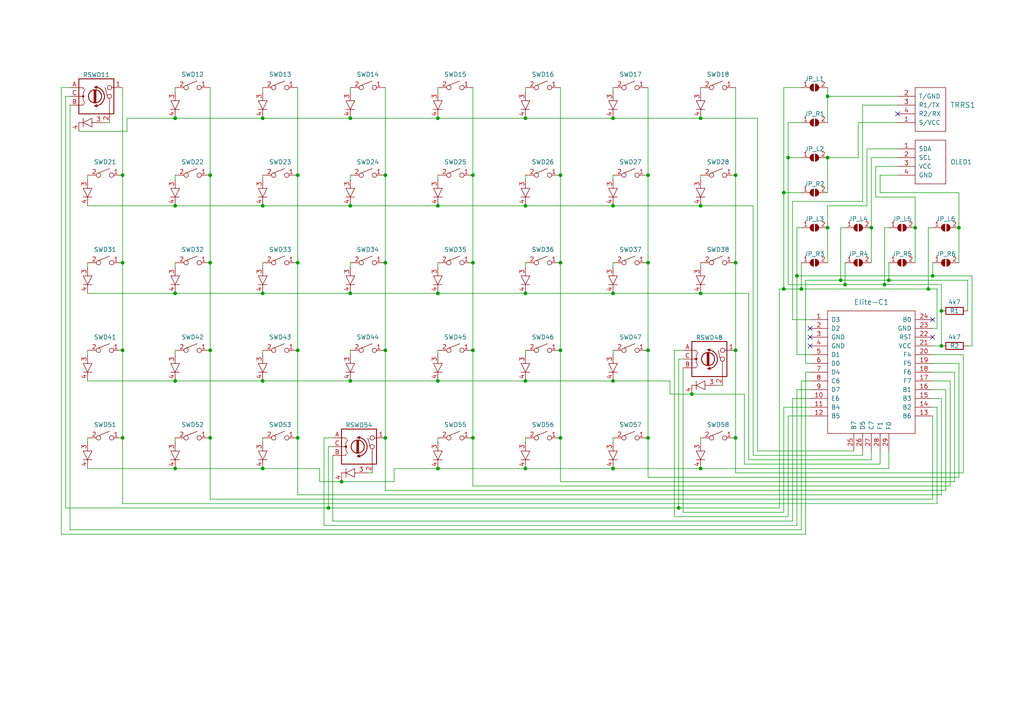
<source format=kicad_sch>
(kicad_sch (version 20211123) (generator eeschema)
  (paper "A4")
  (title_block (title "SplittoDogu") (date "2022-03-05") (rev "1"))
  (lib_symbols
    (symbol "Device:R" (pin_numbers hide) (pin_names (offset 0))
      (property "Reference" "R" (at 2.032 0 90))
      (property "Value" "R" (at 0 0 90))
      (symbol "R_0_1"
        (rectangle (start -1.016 -2.54) (end 1.016 2.54) (stroke (width 0.254)))
      )
      (symbol "R_1_1"
        (pin passive line (at 0 3.81 270) (length 1.27) (name "~") (number "1"))
        (pin passive line (at 0 -3.81 90) (length 1.27) (name "~") (number "2"))
      )
    )
    (symbol "SolderJumper_Open_1" (pin_names (offset 0) hide)
      (property "Reference" "JP" (at 0 2.54 0))
      (symbol "SolderJumper_Open_1_0_1"
        (arc (start -0.254 1.016) (mid -1.27 0) (end -0.254 -1.016))
        (arc (start -0.254 1.016) (mid -1.27 0) (end -0.254 -1.016) (fill (type outline)))
        (polyline (pts (xy -0.254 1.016) (xy -0.254 -1.016)))
        (polyline (pts (xy 0.254 1.016) (xy 0.254 -1.016)))
        (arc (start 0.254 -1.016) (mid 1.27 0) (end 0.254 1.016))
        (arc (start 0.254 -1.016) (mid 1.27 0) (end 0.254 1.016) (fill (type outline)))
      )
      (symbol "SolderJumper_Open_1_1_1"
        (pin passive line (at -3.81 0 0) (length 2.54) (name "~") (number "1"))
        (pin passive line (at 3.81 0 180) (length 2.54) (name "~") (number "2"))
      )
    )
    (symbol "SolderJumper_Open_10" (pin_names (offset 0) hide)
      (property "Reference" "JP" (at 0 2.54 0))
      (symbol "SolderJumper_Open_10_0_1"
        (arc (start -0.254 1.016) (mid -1.27 0) (end -0.254 -1.016))
        (arc (start -0.254 1.016) (mid -1.27 0) (end -0.254 -1.016) (fill (type outline)))
        (polyline (pts (xy -0.254 1.016) (xy -0.254 -1.016)))
        (polyline (pts (xy 0.254 1.016) (xy 0.254 -1.016)))
        (arc (start 0.254 -1.016) (mid 1.27 0) (end 0.254 1.016))
        (arc (start 0.254 -1.016) (mid 1.27 0) (end 0.254 1.016) (fill (type outline)))
      )
      (symbol "SolderJumper_Open_10_1_1"
        (pin passive line (at -3.81 0 0) (length 2.54) (name "~") (number "1"))
        (pin passive line (at 3.81 0 180) (length 2.54) (name "~") (number "2"))
      )
    )
    (symbol "SolderJumper_Open_11" (pin_names (offset 0) hide)
      (property "Reference" "JP" (at 0 2.54 0))
      (symbol "SolderJumper_Open_11_0_1"
        (arc (start -0.254 1.016) (mid -1.27 0) (end -0.254 -1.016))
        (arc (start -0.254 1.016) (mid -1.27 0) (end -0.254 -1.016) (fill (type outline)))
        (polyline (pts (xy -0.254 1.016) (xy -0.254 -1.016)))
        (polyline (pts (xy 0.254 1.016) (xy 0.254 -1.016)))
        (arc (start 0.254 -1.016) (mid 1.27 0) (end 0.254 1.016))
        (arc (start 0.254 -1.016) (mid 1.27 0) (end 0.254 1.016) (fill (type outline)))
      )
      (symbol "SolderJumper_Open_11_1_1"
        (pin passive line (at -3.81 0 0) (length 2.54) (name "~") (number "1"))
        (pin passive line (at 3.81 0 180) (length 2.54) (name "~") (number "2"))
      )
    )
    (symbol "SolderJumper_Open_2" (pin_names (offset 0) hide)
      (property "Reference" "JP" (at 0 2.54 0))
      (symbol "SolderJumper_Open_2_0_1"
        (arc (start -0.254 1.016) (mid -1.27 0) (end -0.254 -1.016))
        (arc (start -0.254 1.016) (mid -1.27 0) (end -0.254 -1.016) (fill (type outline)))
        (polyline (pts (xy -0.254 1.016) (xy -0.254 -1.016)))
        (polyline (pts (xy 0.254 1.016) (xy 0.254 -1.016)))
        (arc (start 0.254 -1.016) (mid 1.27 0) (end 0.254 1.016))
        (arc (start 0.254 -1.016) (mid 1.27 0) (end 0.254 1.016) (fill (type outline)))
      )
      (symbol "SolderJumper_Open_2_1_1"
        (pin passive line (at -3.81 0 0) (length 2.54) (name "~") (number "1"))
        (pin passive line (at 3.81 0 180) (length 2.54) (name "~") (number "2"))
      )
    )
    (symbol "SolderJumper_Open_3" (pin_names (offset 0) hide)
      (property "Reference" "JP" (at 0 2.54 0))
      (symbol "SolderJumper_Open_3_0_1"
        (arc (start -0.254 1.016) (mid -1.27 0) (end -0.254 -1.016))
        (arc (start -0.254 1.016) (mid -1.27 0) (end -0.254 -1.016) (fill (type outline)))
        (polyline (pts (xy -0.254 1.016) (xy -0.254 -1.016)))
        (polyline (pts (xy 0.254 1.016) (xy 0.254 -1.016)))
        (arc (start 0.254 -1.016) (mid 1.27 0) (end 0.254 1.016))
        (arc (start 0.254 -1.016) (mid 1.27 0) (end 0.254 1.016) (fill (type outline)))
      )
      (symbol "SolderJumper_Open_3_1_1"
        (pin passive line (at -3.81 0 0) (length 2.54) (name "~") (number "1"))
        (pin passive line (at 3.81 0 180) (length 2.54) (name "~") (number "2"))
      )
    )
    (symbol "SolderJumper_Open_4" (pin_names (offset 0) hide)
      (property "Reference" "JP" (at 0 2.54 0))
      (symbol "SolderJumper_Open_4_0_1"
        (arc (start -0.254 1.016) (mid -1.27 0) (end -0.254 -1.016))
        (arc (start -0.254 1.016) (mid -1.27 0) (end -0.254 -1.016) (fill (type outline)))
        (polyline (pts (xy -0.254 1.016) (xy -0.254 -1.016)))
        (polyline (pts (xy 0.254 1.016) (xy 0.254 -1.016)))
        (arc (start 0.254 -1.016) (mid 1.27 0) (end 0.254 1.016))
        (arc (start 0.254 -1.016) (mid 1.27 0) (end 0.254 1.016) (fill (type outline)))
      )
      (symbol "SolderJumper_Open_4_1_1"
        (pin passive line (at -3.81 0 0) (length 2.54) (name "~") (number "1"))
        (pin passive line (at 3.81 0 180) (length 2.54) (name "~") (number "2"))
      )
    )
    (symbol "SolderJumper_Open_5" (pin_names (offset 0) hide)
      (property "Reference" "JP" (at 0 2.54 0))
      (symbol "SolderJumper_Open_5_0_1"
        (arc (start -0.254 1.016) (mid -1.27 0) (end -0.254 -1.016))
        (arc (start -0.254 1.016) (mid -1.27 0) (end -0.254 -1.016) (fill (type outline)))
        (polyline (pts (xy -0.254 1.016) (xy -0.254 -1.016)))
        (polyline (pts (xy 0.254 1.016) (xy 0.254 -1.016)))
        (arc (start 0.254 -1.016) (mid 1.27 0) (end 0.254 1.016))
        (arc (start 0.254 -1.016) (mid 1.27 0) (end 0.254 1.016) (fill (type outline)))
      )
      (symbol "SolderJumper_Open_5_1_1"
        (pin passive line (at -3.81 0 0) (length 2.54) (name "~") (number "1"))
        (pin passive line (at 3.81 0 180) (length 2.54) (name "~") (number "2"))
      )
    )
    (symbol "SolderJumper_Open_6" (pin_names (offset 0) hide)
      (property "Reference" "JP" (at 0 2.54 0))
      (symbol "SolderJumper_Open_6_0_1"
        (arc (start -0.254 1.016) (mid -1.27 0) (end -0.254 -1.016))
        (arc (start -0.254 1.016) (mid -1.27 0) (end -0.254 -1.016) (fill (type outline)))
        (polyline (pts (xy -0.254 1.016) (xy -0.254 -1.016)))
        (polyline (pts (xy 0.254 1.016) (xy 0.254 -1.016)))
        (arc (start 0.254 -1.016) (mid 1.27 0) (end 0.254 1.016))
        (arc (start 0.254 -1.016) (mid 1.27 0) (end 0.254 1.016) (fill (type outline)))
      )
      (symbol "SolderJumper_Open_6_1_1"
        (pin passive line (at -3.81 0 0) (length 2.54) (name "~") (number "1"))
        (pin passive line (at 3.81 0 180) (length 2.54) (name "~") (number "2"))
      )
    )
    (symbol "SolderJumper_Open_7" (pin_names (offset 0) hide)
      (property "Reference" "JP" (at 0 2.54 0))
      (symbol "SolderJumper_Open_7_0_1"
        (arc (start -0.254 1.016) (mid -1.27 0) (end -0.254 -1.016))
        (arc (start -0.254 1.016) (mid -1.27 0) (end -0.254 -1.016) (fill (type outline)))
        (polyline (pts (xy -0.254 1.016) (xy -0.254 -1.016)))
        (polyline (pts (xy 0.254 1.016) (xy 0.254 -1.016)))
        (arc (start 0.254 -1.016) (mid 1.27 0) (end 0.254 1.016))
        (arc (start 0.254 -1.016) (mid 1.27 0) (end 0.254 1.016) (fill (type outline)))
      )
      (symbol "SolderJumper_Open_7_1_1"
        (pin passive line (at -3.81 0 0) (length 2.54) (name "~") (number "1"))
        (pin passive line (at 3.81 0 180) (length 2.54) (name "~") (number "2"))
      )
    )
    (symbol "SolderJumper_Open_8" (pin_names (offset 0) hide)
      (property "Reference" "JP" (at 0 2.54 0))
      (symbol "SolderJumper_Open_8_0_1"
        (arc (start -0.254 1.016) (mid -1.27 0) (end -0.254 -1.016))
        (arc (start -0.254 1.016) (mid -1.27 0) (end -0.254 -1.016) (fill (type outline)))
        (polyline (pts (xy -0.254 1.016) (xy -0.254 -1.016)))
        (polyline (pts (xy 0.254 1.016) (xy 0.254 -1.016)))
        (arc (start 0.254 -1.016) (mid 1.27 0) (end 0.254 1.016))
        (arc (start 0.254 -1.016) (mid 1.27 0) (end 0.254 1.016) (fill (type outline)))
      )
      (symbol "SolderJumper_Open_8_1_1"
        (pin passive line (at -3.81 0 0) (length 2.54) (name "~") (number "1"))
        (pin passive line (at 3.81 0 180) (length 2.54) (name "~") (number "2"))
      )
    )
    (symbol "SolderJumper_Open_9" (pin_names (offset 0) hide)
      (property "Reference" "JP" (at 0 2.54 0))
      (symbol "SolderJumper_Open_9_0_1"
        (arc (start -0.254 1.016) (mid -1.27 0) (end -0.254 -1.016))
        (arc (start -0.254 1.016) (mid -1.27 0) (end -0.254 -1.016) (fill (type outline)))
        (polyline (pts (xy -0.254 1.016) (xy -0.254 -1.016)))
        (polyline (pts (xy 0.254 1.016) (xy 0.254 -1.016)))
        (arc (start 0.254 -1.016) (mid 1.27 0) (end 0.254 1.016))
        (arc (start 0.254 -1.016) (mid 1.27 0) (end 0.254 1.016) (fill (type outline)))
      )
      (symbol "SolderJumper_Open_9_1_1"
        (pin passive line (at -3.81 0 0) (length 2.54) (name "~") (number "1"))
        (pin passive line (at 3.81 0 180) (length 2.54) (name "~") (number "2"))
      )
    )
    (symbol "timo:Elite-C" (pin_names (offset 1.016))
      (property "Reference" "U" (at 0 0 0))
      (symbol "Elite-C_0_1"
        (rectangle (start -12.7 16.51) (end 12.7 -19.05))
      )
      (symbol "Elite-C_1_1"
        (pin bidirectional line (at -17.78 13.97 0) (length 5.08) (name "D3") (number "1"))
        (pin input line (at -17.78 -8.89 0) (length 5.08) (name "E6") (number "10"))
        (pin input line (at -17.78 -11.43 0) (length 5.08) (name "B4") (number "11"))
        (pin input line (at -17.78 -13.97 0) (length 5.08) (name "B5") (number "12"))
        (pin input line (at 17.78 -13.97 180) (length 5.08) (name "B6") (number "13"))
        (pin input line (at 17.78 -11.43 180) (length 5.08) (name "B2") (number "14"))
        (pin input line (at 17.78 -8.89 180) (length 5.08) (name "B3") (number "15"))
        (pin input line (at 17.78 -6.35 180) (length 5.08) (name "B1") (number "16"))
        (pin input line (at 17.78 -3.81 180) (length 5.08) (name "F7") (number "17"))
        (pin input line (at 17.78 -1.27 180) (length 5.08) (name "F6") (number "18"))
        (pin input line (at 17.78 1.27 180) (length 5.08) (name "F5") (number "19"))
        (pin bidirectional line (at -17.78 11.43 0) (length 5.08) (name "D2") (number "2"))
        (pin input line (at 17.78 3.81 180) (length 5.08) (name "F4") (number "20"))
        (pin power_out line (at 17.78 6.35 180) (length 5.08) (name "VCC") (number "21"))
        (pin input line (at 17.78 8.89 180) (length 5.08) (name "RST") (number "22"))
        (pin power_out line (at 17.78 11.43 180) (length 5.08) (name "GND") (number "23"))
        (pin input line (at 17.78 13.97 180) (length 5.08) (name "B0") (number "24"))
        (pin input line (at -5.08 -24.13 90) (length 5.08) (name "B7") (number "25"))
        (pin input line (at -2.54 -24.13 90) (length 5.08) (name "D5") (number "26"))
        (pin input line (at 0 -24.13 90) (length 5.08) (name "C7") (number "27"))
        (pin input line (at 2.54 -24.13 90) (length 5.08) (name "F1") (number "28"))
        (pin input line (at 5.08 -24.13 90) (length 5.08) (name "F0") (number "29"))
        (pin power_out line (at -17.78 8.89 0) (length 5.08) (name "GND") (number "3"))
        (pin power_out line (at -17.78 6.35 0) (length 5.08) (name "GND") (number "4"))
        (pin bidirectional line (at -17.78 3.81 0) (length 5.08) (name "D1") (number "5"))
        (pin bidirectional line (at -17.78 1.27 0) (length 5.08) (name "D0") (number "6"))
        (pin input line (at -17.78 -1.27 0) (length 5.08) (name "D4") (number "7"))
        (pin input line (at -17.78 -3.81 0) (length 5.08) (name "C6") (number "8"))
        (pin input line (at -17.78 -6.35 0) (length 5.08) (name "D7") (number "9"))
      )
    )
    (symbol "timo:MX_Diode" (pin_names (offset 1.016))
      (property "Reference" "SWD" (at 0.635 6.985 0))
      (symbol "MX_Diode_0_1"
        (polyline (pts (xy -3.81 -3.81) (xy -6.35 -3.81)))
        (polyline (pts (xy -1.905 3.175) (xy 1.27 4.445)))
        (polyline (pts (xy -3.81 -1.27) (xy -6.35 -1.27) (xy -5.08 -3.81) (xy -3.81 -1.27)))
      )
      (symbol "MX_Diode_1_1"
        (pin passive inverted (at 5.08 2.54 180) (length 3.81) (name "~") (number "1"))
        (pin passive inverted (at -5.08 2.54 0) (length 3.81) (name "~") (number "2"))
        (pin passive line (at -5.08 1.27 270) (length 2.54) (name "~") (number "3"))
        (pin passive line (at -5.08 -6.35 90) (length 2.54) (name "~") (number "4"))
      )
    )
    (symbol "timo:OLED" (pin_names (offset 1.016))
      (property "Reference" "OLED" (at -9.525 8.89 0))
      (symbol "OLED_0_1"
        (rectangle (start -13.97 7.62) (end -5.08 -5.08))
      )
      (symbol "OLED_1_1"
        (pin bidirectional line (at -19.05 5.08 0) (length 5.08) (name "SDA") (number "1"))
        (pin bidirectional line (at -19.05 2.54 0) (length 5.08) (name "SCL") (number "2"))
        (pin power_in line (at -19.05 0 0) (length 5.08) (name "VCC") (number "3"))
        (pin power_in line (at -19.05 -2.54 0) (length 5.08) (name "GND") (number "4"))
      )
    )
    (symbol "timo:RotaryEncoder_Switch_Diode" (pin_names (offset 0.254) hide)
      (property "Reference" "RSWD" (at 0 6.604 0))
      (symbol "RotaryEncoder_Switch_Diode_0_1"
        (rectangle (start -5.08 5.08) (end 5.08 -5.08) (stroke (width 0.254)))
        (circle (center -3.81 0) (radius 0.254) (fill (type outline)))
        (arc (start -0.381 -2.794) (mid 2.3622 -0.0635) (end -0.381 2.667) (stroke (width 0.254)))
        (circle (center -0.381 0) (radius 1.905) (stroke (width 0.254)))
        (polyline (pts (xy -5.08 -7.62) (xy -3.81 -7.62)))
        (polyline (pts (xy -3.81 -8.89) (xy -3.81 -6.35)))
        (polyline (pts (xy -0.635 -1.778) (xy -0.635 1.778)) (stroke (width 0.254)))
        (polyline (pts (xy -0.381 -1.778) (xy -0.381 1.778)) (stroke (width 0.254)))
        (polyline (pts (xy -0.127 1.778) (xy -0.127 -1.778)) (stroke (width 0.254)))
        (polyline (pts (xy 3.175 0) (xy 2.54 2.54)))
        (polyline (pts (xy 3.81 -5.08) (xy 3.81 -0.635)))
        (polyline (pts (xy 5.08 2.54) (xy 4.445 2.54)))
        (polyline (pts (xy -5.08 -2.54) (xy -3.81 -2.54) (xy -3.81 -2.032)))
        (polyline (pts (xy -5.08 2.54) (xy -3.81 2.54) (xy -3.81 2.032)))
        (polyline (pts (xy 0.254 -3.048) (xy -0.508 -2.794) (xy 0.127 -2.413)) (stroke (width 0.254)))
        (polyline (pts (xy 0.254 2.921) (xy -0.508 2.667) (xy 0.127 2.286)) (stroke (width 0.254)))
        (polyline (pts (xy -5.08 0) (xy -3.81 0) (xy -3.81 -1.016) (xy -3.302 -2.032)))
        (polyline (pts (xy -4.318 0) (xy -3.81 0) (xy -3.81 1.016) (xy -3.302 2.032)))
        (polyline (pts (xy -1.27 -8.89) (xy -1.27 -6.35) (xy -3.81 -7.62) (xy -1.27 -8.89)))
        (circle (center 3.81 0) (radius 0.635))
        (circle (center 3.81 2.54) (radius 0.635))
      )
      (symbol "RotaryEncoder_Switch_Diode_1_1"
        (pin passive line (at 7.62 2.54 180) (length 2.54) (name "~") (number "1"))
        (pin passive line (at 3.81 -7.62 90) (length 2.54) (name "~") (number "2"))
        (pin passive line (at 2.54 -7.62 180) (length 3.81) (name "~") (number "3"))
        (pin passive line (at -5.08 -10.16 90) (length 2.54) (name "~") (number "4"))
        (pin passive line (at -7.62 2.54 0) (length 2.54) (name "A") (number "A"))
        (pin passive line (at -7.62 -2.54 0) (length 2.54) (name "B") (number "B"))
        (pin passive line (at -7.62 0 0) (length 2.54) (name "C") (number "C"))
      )
    )
    (symbol "timo:SolderJumper_Open" (pin_names (offset 0) hide)
      (property "Reference" "JP" (at 0 2.54 0))
      (symbol "SolderJumper_Open_0_1"
        (arc (start -0.254 1.016) (mid -1.27 0) (end -0.254 -1.016))
        (arc (start -0.254 1.016) (mid -1.27 0) (end -0.254 -1.016) (fill (type outline)))
        (polyline (pts (xy -0.254 1.016) (xy -0.254 -1.016)))
        (polyline (pts (xy 0.254 1.016) (xy 0.254 -1.016)))
        (arc (start 0.254 -1.016) (mid 1.27 0) (end 0.254 1.016))
        (arc (start 0.254 -1.016) (mid 1.27 0) (end 0.254 1.016) (fill (type outline)))
      )
      (symbol "SolderJumper_Open_1_1"
        (pin passive line (at -3.81 0 0) (length 2.54) (name "~") (number "1"))
        (pin passive line (at 3.81 0 180) (length 2.54) (name "~") (number "2"))
      )
    )
    (symbol "timo:TRRS" (pin_names (offset 1.016))
      (property "Reference" "TRRS" (at 0 15.24 0))
      (symbol "TRRS_0_1"
        (rectangle (start -3.81 0) (end -3.81 12.7))
        (rectangle (start -3.81 12.7) (end 5.08 12.7))
        (rectangle (start 5.08 0) (end -3.81 0))
        (rectangle (start 5.08 12.7) (end 5.08 0))
      )
      (symbol "TRRS_1_1"
        (pin power_in line (at -8.89 2.54 0) (length 5.08) (name "S/VCC") (number "1"))
        (pin power_in line (at -8.89 10.16 0) (length 5.08) (name "T/GND") (number "2"))
        (pin input line (at -8.89 7.62 0) (length 5.08) (name "R1/TX") (number "3"))
        (pin input line (at -8.89 5.08 0) (length 5.08) (name "R2/RX") (number "4"))
      )
    )
  )
  (junction (at 278.13 66.04))
  (junction (at 76.2 34.29))
  (junction (at 177.8 135.89))
  (junction (at 127 110.49))
  (junction (at 86.36 127))
  (junction (at 187.96 101.6))
  (junction (at 127 34.29))
  (junction (at 232.41 83.82))
  (junction (at 196.85 147.32))
  (junction (at 240.03 27.94))
  (junction (at 187.96 127))
  (junction (at 50.8 59.69))
  (junction (at 152.4 135.89))
  (junction (at 76.2 135.89))
  (junction (at 177.8 85.09))
  (junction (at 60.96 101.6))
  (junction (at 50.8 85.09))
  (junction (at 203.2 59.69))
  (junction (at 256.54 82.55))
  (junction (at 213.36 50.8))
  (junction (at 187.96 50.8))
  (junction (at 177.8 110.49))
  (junction (at 137.16 127))
  (junction (at 213.36 127))
  (junction (at 152.4 110.49))
  (junction (at 152.4 59.69))
  (junction (at 60.96 76.2))
  (junction (at 86.36 101.6))
  (junction (at 177.8 34.29))
  (junction (at 203.2 135.89))
  (junction (at 227.33 55.88))
  (junction (at 228.6 45.72))
  (junction (at 101.6 110.49))
  (junction (at 240.03 66.04))
  (junction (at 270.51 80.01))
  (junction (at 111.76 50.8))
  (junction (at 101.6 34.29))
  (junction (at 137.16 76.2))
  (junction (at 86.36 76.2))
  (junction (at 76.2 59.69))
  (junction (at 127 59.69))
  (junction (at 35.56 101.6))
  (junction (at 200.66 114.3))
  (junction (at 35.56 76.2))
  (junction (at 213.36 76.2))
  (junction (at 227.33 83.82))
  (junction (at 257.81 81.28))
  (junction (at 273.05 100.33))
  (junction (at 245.11 82.55))
  (junction (at 203.2 34.29))
  (junction (at 252.73 66.04))
  (junction (at 35.56 50.8))
  (junction (at 137.16 101.6))
  (junction (at 269.24 83.82))
  (junction (at 213.36 101.6))
  (junction (at 162.56 101.6))
  (junction (at 127 85.09))
  (junction (at 50.8 110.49))
  (junction (at 243.84 81.28))
  (junction (at 162.56 127))
  (junction (at 76.2 85.09))
  (junction (at 111.76 127))
  (junction (at 86.36 50.8))
  (junction (at 162.56 76.2))
  (junction (at 35.56 127))
  (junction (at 111.76 76.2))
  (junction (at 152.4 34.29))
  (junction (at 50.8 34.29))
  (junction (at 265.43 66.04))
  (junction (at 152.4 85.09))
  (junction (at 240.03 45.72))
  (junction (at 60.96 50.8))
  (junction (at 162.56 50.8))
  (junction (at 50.8 135.89))
  (junction (at 187.96 76.2))
  (junction (at 137.16 50.8))
  (junction (at 60.96 127))
  (junction (at 95.25 147.32))
  (junction (at 273.05 90.17))
  (junction (at 101.6 85.09))
  (junction (at 231.14 80.01))
  (junction (at 111.76 101.6))
  (junction (at 101.6 59.69))
  (junction (at 76.2 110.49))
  (junction (at 99.06 139.7))
  (junction (at 203.2 85.09))
  (junction (at 127 135.89))
  (junction (at 177.8 59.69))
  (no_connect (at 270.51 92.71))
  (no_connect (at 234.95 95.25))
  (no_connect (at 234.95 100.33))
  (no_connect (at -88.9 69.85))
  (no_connect (at 234.95 97.79))
  (no_connect (at 260.35 33.02))
  (no_connect (at 270.51 97.79))
  (wire (pts (xy 250.19 30.48) (xy 260.35 30.48)))
  (wire (pts (xy 231.14 66.04) (xy 231.14 80.01)))
  (wire (pts (xy 187.96 25.4) (xy 187.96 50.8)))
  (wire (pts (xy 86.36 101.6) (xy 86.36 127)))
  (wire (pts (xy 137.16 101.6) (xy 137.16 127)))
  (wire (pts (xy 162.56 50.8) (xy 162.56 76.2)))
  (wire (pts (xy 250.19 132.08) (xy 250.19 130.81)))
  (wire (pts (xy 233.68 105.41) (xy 233.68 81.28)))
  (wire (pts (xy 248.92 35.56) (xy 248.92 45.72)))
  (wire (pts (xy 93.98 127) (xy 93.98 152.4)))
  (wire (pts (xy 227.33 55.88) (xy 227.33 25.4)))
  (wire (pts (xy 101.6 76.2) (xy 101.6 77.47)))
  (wire (pts (xy 101.6 25.4) (xy 101.6 26.67)))
  (wire (pts (xy 60.96 50.8) (xy 60.96 76.2)))
  (wire (pts (xy 251.46 43.18) (xy 260.35 43.18)))
  (wire (pts (xy 203.2 50.8) (xy 203.2 52.07)))
  (wire (pts (xy 229.87 115.57) (xy 229.87 151.13)))
  (wire (pts (xy 218.44 132.08) (xy 250.19 132.08)))
  (wire (pts (xy 20.32 27.94) (xy 19.05 27.94)))
  (wire (pts (xy 152.4 101.6) (xy 152.4 102.87)))
  (wire (pts (xy 219.71 34.29) (xy 219.71 130.81)))
  (wire (pts (xy 226.06 83.82) (xy 227.33 83.82)))
  (wire (pts (xy 232.41 110.49) (xy 234.95 110.49)))
  (wire (pts (xy 270.51 118.11) (xy 271.78 118.11)))
  (wire (pts (xy 276.86 107.95) (xy 276.86 139.7)))
  (wire (pts (xy 240.03 27.94) (xy 260.35 27.94)))
  (wire (pts (xy 270.51 107.95) (xy 276.86 107.95)))
  (wire (pts (xy 255.27 50.8) (xy 260.35 50.8)))
  (wire (pts (xy 35.56 76.2) (xy 35.56 101.6)))
  (wire (pts (xy 86.36 50.8) (xy 86.36 76.2)))
  (wire (pts (xy 137.16 76.2) (xy 137.16 101.6)))
  (wire (pts (xy 229.87 58.42) (xy 250.19 58.42)))
  (wire (pts (xy 25.4 110.49) (xy 50.8 110.49)))
  (wire (pts (xy 200.66 114.3) (xy 215.9 114.3)))
  (wire (pts (xy 162.56 127) (xy 162.56 139.7)))
  (wire (pts (xy 35.56 101.6) (xy 35.56 127)))
  (wire (pts (xy 127 59.69) (xy 152.4 59.69)))
  (wire (pts (xy 255.27 55.88) (xy 255.27 50.8)))
  (wire (pts (xy 231.14 152.4) (xy 231.14 113.03)))
  (wire (pts (xy 17.78 154.94) (xy 233.68 154.94)))
  (wire (pts (xy 76.2 135.89) (xy 92.71 135.89)))
  (wire (pts (xy 203.2 76.2) (xy 203.2 77.47)))
  (wire (pts (xy 60.96 25.4) (xy 60.96 50.8)))
  (wire (pts (xy 152.4 34.29) (xy 127 34.29)))
  (wire (pts (xy 240.03 25.4) (xy 240.03 27.94)))
  (wire (pts (xy 280.67 81.28) (xy 280.67 90.17)))
  (wire (pts (xy 203.2 135.89) (xy 177.8 135.89)))
  (wire (pts (xy 162.56 139.7) (xy 276.86 139.7)))
  (wire (pts (xy 234.95 92.71) (xy 229.87 92.71)))
  (wire (pts (xy 30.48 35.56) (xy 31.75 35.56)))
  (wire (pts (xy 279.4 137.16) (xy 279.4 102.87)))
  (wire (pts (xy 270.51 100.33) (xy 273.05 100.33)))
  (wire (pts (xy 245.11 66.04) (xy 243.84 66.04)))
  (wire (pts (xy 152.4 50.8) (xy 152.4 52.07)))
  (wire (pts (xy 195.58 101.6) (xy 195.58 149.86)))
  (wire (pts (xy 127 34.29) (xy 101.6 34.29)))
  (wire (pts (xy 60.96 76.2) (xy 60.96 101.6)))
  (wire (pts (xy 25.4 127) (xy 25.4 128.27)))
  (wire (pts (xy 243.84 81.28) (xy 257.81 81.28)))
  (wire (pts (xy 152.4 76.2) (xy 152.4 77.47)))
  (wire (pts (xy 227.33 83.82) (xy 232.41 83.82)))
  (wire (pts (xy 226.06 83.82) (xy 226.06 147.32)))
  (wire (pts (xy 232.41 153.67) (xy 20.32 153.67)))
  (wire (pts (xy 213.36 76.2) (xy 213.36 101.6)))
  (wire (pts (xy 227.33 118.11) (xy 234.95 118.11)))
  (wire (pts (xy 256.54 82.55) (xy 273.05 82.55)))
  (wire (pts (xy 252.73 45.72) (xy 260.35 45.72)))
  (wire (pts (xy 257.81 81.28) (xy 280.67 81.28)))
  (wire (pts (xy 187.96 50.8) (xy 187.96 76.2)))
  (wire (pts (xy 198.12 106.68) (xy 198.12 148.59)))
  (wire (pts (xy 260.35 35.56) (xy 248.92 35.56)))
  (wire (pts (xy 76.2 25.4) (xy 76.2 26.67)))
  (wire (pts (xy 152.4 59.69) (xy 177.8 59.69)))
  (wire (pts (xy 231.14 102.87) (xy 234.95 102.87)))
  (wire (pts (xy 252.73 66.04) (xy 252.73 45.72)))
  (wire (pts (xy 252.73 133.35) (xy 252.73 130.81)))
  (wire (pts (xy 177.8 85.09) (xy 203.2 85.09)))
  (wire (pts (xy 257.81 76.2) (xy 257.81 81.28)))
  (wire (pts (xy 76.2 127) (xy 76.2 128.27)))
  (wire (pts (xy 187.96 138.43) (xy 278.13 138.43)))
  (wire (pts (xy 86.36 25.4) (xy 86.36 50.8)))
  (wire (pts (xy 240.03 45.72) (xy 248.92 45.72)))
  (wire (pts (xy 254 48.26) (xy 260.35 48.26)))
  (wire (pts (xy 127 110.49) (xy 152.4 110.49)))
  (wire (pts (xy 19.05 147.32) (xy 95.25 147.32)))
  (wire (pts (xy 215.9 114.3) (xy 215.9 134.62)))
  (wire (pts (xy 195.58 149.86) (xy 228.6 149.86)))
  (wire (pts (xy 256.54 66.04) (xy 256.54 82.55)))
  (wire (pts (xy 231.14 113.03) (xy 234.95 113.03)))
  (wire (pts (xy 162.56 25.4) (xy 162.56 50.8)))
  (wire (pts (xy 227.33 118.11) (xy 227.33 148.59)))
  (wire (pts (xy 127 85.09) (xy 152.4 85.09)))
  (wire (pts (xy 270.51 120.65) (xy 270.51 144.78)))
  (wire (pts (xy 270.51 80.01) (xy 281.94 80.01)))
  (wire (pts (xy 245.11 82.55) (xy 228.6 82.55)))
  (wire (pts (xy 25.4 59.69) (xy 50.8 59.69)))
  (wire (pts (xy 269.24 83.82) (xy 271.78 83.82)))
  (wire (pts (xy 278.13 66.04) (xy 278.13 55.88)))
  (wire (pts (xy 101.6 59.69) (xy 127 59.69)))
  (wire (pts (xy 275.59 110.49) (xy 275.59 140.97)))
  (wire (pts (xy 25.4 85.09) (xy 50.8 85.09)))
  (wire (pts (xy 219.71 130.81) (xy 247.65 130.81)))
  (wire (pts (xy 257.81 66.04) (xy 256.54 66.04)))
  (wire (pts (xy 240.03 45.72) (xy 240.03 55.88)))
  (wire (pts (xy 137.16 25.4) (xy 137.16 50.8)))
  (wire (pts (xy 274.32 113.03) (xy 274.32 142.24)))
  (wire (pts (xy 187.96 101.6) (xy 187.96 127)))
  (wire (pts (xy 50.8 59.69) (xy 76.2 59.69)))
  (wire (pts (xy 245.11 82.55) (xy 256.54 82.55)))
  (wire (pts (xy 101.6 50.8) (xy 101.6 52.07)))
  (wire (pts (xy 20.32 25.4) (xy 17.78 25.4)))
  (wire (pts (xy 76.2 34.29) (xy 50.8 34.29)))
  (wire (pts (xy 35.56 127) (xy 35.56 146.05)))
  (wire (pts (xy 177.8 127) (xy 177.8 128.27)))
  (wire (pts (xy 228.6 82.55) (xy 228.6 45.72)))
  (wire (pts (xy 252.73 76.2) (xy 252.73 66.04)))
  (wire (pts (xy 270.51 115.57) (xy 273.05 115.57)))
  (wire (pts (xy 101.6 34.29) (xy 76.2 34.29)))
  (wire (pts (xy 95.25 129.54) (xy 95.25 147.32)))
  (wire (pts (xy 213.36 127) (xy 213.36 137.16)))
  (wire (pts (xy 50.8 127) (xy 50.8 128.27)))
  (wire (pts (xy 96.52 127) (xy 93.98 127)))
  (wire (pts (xy 269.24 66.04) (xy 269.24 83.82)))
  (wire (pts (xy 213.36 50.8) (xy 213.36 76.2)))
  (wire (pts (xy 177.8 135.89) (xy 152.4 135.89)))
  (wire (pts (xy 50.8 85.09) (xy 76.2 85.09)))
  (wire (pts (xy 177.8 50.8) (xy 177.8 52.07)))
  (wire (pts (xy 271.78 118.11) (xy 271.78 146.05)))
  (wire (pts (xy 152.4 110.49) (xy 177.8 110.49)))
  (wire (pts (xy 250.19 58.42) (xy 250.19 30.48)))
  (wire (pts (xy 213.36 137.16) (xy 279.4 137.16)))
  (wire (pts (xy 217.17 85.09) (xy 217.17 133.35)))
  (wire (pts (xy 228.6 35.56) (xy 232.41 35.56)))
  (wire (pts (xy 111.76 50.8) (xy 111.76 76.2)))
  (wire (pts (xy 255.27 134.62) (xy 255.27 130.81)))
  (wire (pts (xy 198.12 101.6) (xy 195.58 101.6)))
  (wire (pts (xy 281.94 80.01) (xy 281.94 100.33)))
  (wire (pts (xy 265.43 76.2) (xy 265.43 66.04)))
  (wire (pts (xy 114.3 135.89) (xy 114.3 139.7)))
  (wire (pts (xy 228.6 149.86) (xy 228.6 120.65)))
  (wire (pts (xy 162.56 76.2) (xy 162.56 101.6)))
  (wire (pts (xy 228.6 45.72) (xy 228.6 35.56)))
  (wire (pts (xy 240.03 76.2) (xy 240.03 66.04)))
  (wire (pts (xy 234.95 107.95) (xy 233.68 107.95)))
  (wire (pts (xy 257.81 135.89) (xy 203.2 135.89)))
  (wire (pts (xy 25.4 101.6) (xy 25.4 102.87)))
  (wire (pts (xy 101.6 101.6) (xy 101.6 102.87)))
  (wire (pts (xy 76.2 110.49) (xy 101.6 110.49)))
  (wire (pts (xy 196.85 104.14) (xy 198.12 104.14)))
  (wire (pts (xy 232.41 76.2) (xy 232.41 83.82)))
  (wire (pts (xy 76.2 101.6) (xy 76.2 102.87)))
  (wire (pts (xy 265.43 57.15) (xy 254 57.15)))
  (wire (pts (xy 35.56 146.05) (xy 271.78 146.05)))
  (wire (pts (xy 194.31 110.49) (xy 194.31 114.3)))
  (wire (pts (xy 231.14 80.01) (xy 231.14 102.87)))
  (wire (pts (xy 25.4 135.89) (xy 50.8 135.89)))
  (wire (pts (xy 76.2 85.09) (xy 101.6 85.09)))
  (wire (pts (xy 270.51 113.03) (xy 274.32 113.03)))
  (wire (pts (xy 271.78 83.82) (xy 271.78 95.25)))
  (wire (pts (xy 50.8 110.49) (xy 76.2 110.49)))
  (wire (pts (xy 76.2 76.2) (xy 76.2 77.47)))
  (wire (pts (xy 270.51 110.49) (xy 275.59 110.49)))
  (wire (pts (xy 232.41 83.82) (xy 269.24 83.82)))
  (wire (pts (xy 36.83 38.1) (xy 22.86 38.1)))
  (wire (pts (xy 111.76 25.4) (xy 111.76 50.8)))
  (wire (pts (xy 50.8 50.8) (xy 50.8 52.07)))
  (wire (pts (xy 76.2 50.8) (xy 76.2 52.07)))
  (wire (pts (xy 232.41 66.04) (xy 231.14 66.04)))
  (wire (pts (xy 92.71 139.7) (xy 99.06 139.7)))
  (wire (pts (xy 203.2 59.69) (xy 218.44 59.69)))
  (wire (pts (xy 243.84 81.28) (xy 243.84 66.04)))
  (wire (pts (xy 203.2 127) (xy 203.2 128.27)))
  (wire (pts (xy 50.8 135.89) (xy 76.2 135.89)))
  (wire (pts (xy 60.96 144.78) (xy 270.51 144.78)))
  (wire (pts (xy 111.76 101.6) (xy 111.76 127)))
  (wire (pts (xy 187.96 127) (xy 187.96 138.43)))
  (wire (pts (xy 127 76.2) (xy 127 77.47)))
  (wire (pts (xy 229.87 115.57) (xy 234.95 115.57)))
  (wire (pts (xy 127 101.6) (xy 127 102.87)))
  (wire (pts (xy 270.51 105.41) (xy 278.13 105.41)))
  (wire (pts (xy 36.83 34.29) (xy 36.83 38.1)))
  (wire (pts (xy 233.68 105.41) (xy 234.95 105.41)))
  (wire (pts (xy 271.78 95.25) (xy 270.51 95.25)))
  (wire (pts (xy 273.05 82.55) (xy 273.05 90.17)))
  (wire (pts (xy 227.33 25.4) (xy 232.41 25.4)))
  (wire (pts (xy 218.44 59.69) (xy 218.44 132.08)))
  (wire (pts (xy 229.87 151.13) (xy 96.52 151.13)))
  (wire (pts (xy 101.6 85.09) (xy 127 85.09)))
  (wire (pts (xy 213.36 101.6) (xy 213.36 127)))
  (wire (pts (xy 177.8 101.6) (xy 177.8 102.87)))
  (wire (pts (xy 279.4 102.87) (xy 270.51 102.87)))
  (wire (pts (xy 177.8 76.2) (xy 177.8 77.47)))
  (wire (pts (xy 273.05 115.57) (xy 273.05 143.51)))
  (wire (pts (xy 25.4 76.2) (xy 25.4 77.47)))
  (wire (pts (xy 270.51 80.01) (xy 231.14 80.01)))
  (wire (pts (xy 228.6 45.72) (xy 232.41 45.72)))
  (wire (pts (xy 86.36 76.2) (xy 86.36 101.6)))
  (wire (pts (xy 127 135.89) (xy 114.3 135.89)))
  (wire (pts (xy 86.36 127) (xy 86.36 143.51)))
  (wire (pts (xy 96.52 129.54) (xy 95.25 129.54)))
  (wire (pts (xy 60.96 101.6) (xy 60.96 127)))
  (wire (pts (xy 245.11 76.2) (xy 245.11 82.55)))
  (wire (pts (xy 111.76 76.2) (xy 111.76 101.6)))
  (wire (pts (xy 101.6 110.49) (xy 127 110.49)))
  (wire (pts (xy 278.13 55.88) (xy 255.27 55.88)))
  (wire (pts (xy 278.13 76.2) (xy 278.13 66.04)))
  (wire (pts (xy 227.33 83.82) (xy 227.33 55.88)))
  (wire (pts (xy 152.4 85.09) (xy 177.8 85.09)))
  (wire (pts (xy 240.03 59.69) (xy 240.03 66.04)))
  (wire (pts (xy 35.56 50.8) (xy 35.56 76.2)))
  (wire (pts (xy 251.46 59.69) (xy 240.03 59.69)))
  (wire (pts (xy 227.33 55.88) (xy 232.41 55.88)))
  (wire (pts (xy 152.4 135.89) (xy 127 135.89)))
  (wire (pts (xy 270.51 66.04) (xy 269.24 66.04)))
  (wire (pts (xy 203.2 34.29) (xy 219.71 34.29)))
  (wire (pts (xy 76.2 59.69) (xy 101.6 59.69)))
  (wire (pts (xy 203.2 25.4) (xy 203.2 26.67)))
  (wire (pts (xy 254 48.26) (xy 254 57.15)))
  (wire (pts (xy 232.41 110.49) (xy 232.41 153.67)))
  (wire (pts (xy 152.4 127) (xy 152.4 128.27)))
  (wire (pts (xy 240.03 27.94) (xy 240.03 35.56)))
  (wire (pts (xy 60.96 127) (xy 60.96 144.78)))
  (wire (pts (xy 280.67 100.33) (xy 281.94 100.33)))
  (wire (pts (xy 203.2 85.09) (xy 217.17 85.09)))
  (wire (pts (xy 162.56 101.6) (xy 162.56 127)))
  (wire (pts (xy 96.52 151.13) (xy 96.52 132.08)))
  (wire (pts (xy 233.68 107.95) (xy 233.68 154.94)))
  (wire (pts (xy 93.98 152.4) (xy 231.14 152.4)))
  (wire (pts (xy 86.36 143.51) (xy 273.05 143.51)))
  (wire (pts (xy 229.87 92.71) (xy 229.87 58.42)))
  (wire (pts (xy 187.96 76.2) (xy 187.96 101.6)))
  (wire (pts (xy 196.85 147.32) (xy 226.06 147.32)))
  (wire (pts (xy 92.71 135.89) (xy 92.71 139.7)))
  (wire (pts (xy 273.05 90.17) (xy 273.05 100.33)))
  (wire (pts (xy 106.68 137.16) (xy 107.95 137.16)))
  (wire (pts (xy 50.8 34.29) (xy 36.83 34.29)))
  (wire (pts (xy 217.17 133.35) (xy 252.73 133.35)))
  (wire (pts (xy 127 50.8) (xy 127 52.07)))
  (wire (pts (xy 228.6 120.65) (xy 234.95 120.65)))
  (wire (pts (xy 213.36 25.4) (xy 213.36 50.8)))
  (wire (pts (xy 50.8 76.2) (xy 50.8 77.47)))
  (wire (pts (xy 137.16 50.8) (xy 137.16 76.2)))
  (wire (pts (xy 127 127) (xy 127 128.27)))
  (wire (pts (xy 137.16 140.97) (xy 275.59 140.97)))
  (wire (pts (xy 19.05 27.94) (xy 19.05 147.32)))
  (wire (pts (xy 270.51 76.2) (xy 270.51 80.01)))
  (wire (pts (xy 95.25 147.32) (xy 196.85 147.32)))
  (wire (pts (xy 127 25.4) (xy 127 26.67)))
  (wire (pts (xy 50.8 25.4) (xy 50.8 26.67)))
  (wire (pts (xy 50.8 101.6) (xy 50.8 102.87)))
  (wire (pts (xy 177.8 59.69) (xy 203.2 59.69)))
  (wire (pts (xy 152.4 25.4) (xy 152.4 26.67)))
  (wire (pts (xy 198.12 148.59) (xy 227.33 148.59)))
  (wire (pts (xy 265.43 66.04) (xy 265.43 57.15)))
  (wire (pts (xy 20.32 153.67) (xy 20.32 30.48)))
  (wire (pts (xy 257.81 130.81) (xy 257.81 135.89)))
  (wire (pts (xy 194.31 114.3) (xy 200.66 114.3)))
  (wire (pts (xy 25.4 50.8) (xy 25.4 52.07)))
  (wire (pts (xy 251.46 43.18) (xy 251.46 59.69)))
  (wire (pts (xy 203.2 34.29) (xy 177.8 34.29)))
  (wire (pts (xy 177.8 110.49) (xy 194.31 110.49)))
  (wire (pts (xy 196.85 104.14) (xy 196.85 147.32)))
  (wire (pts (xy 208.28 111.76) (xy 209.55 111.76)))
  (wire (pts (xy 278.13 105.41) (xy 278.13 138.43)))
  (wire (pts (xy 114.3 139.7) (xy 99.06 139.7)))
  (wire (pts (xy 17.78 25.4) (xy 17.78 154.94)))
  (wire (pts (xy 137.16 127) (xy 137.16 140.97)))
  (wire (pts (xy 111.76 142.24) (xy 274.32 142.24)))
  (wire (pts (xy 177.8 34.29) (xy 152.4 34.29)))
  (wire (pts (xy 233.68 81.28) (xy 243.84 81.28)))
  (wire (pts (xy 35.56 25.4) (xy 35.56 50.8)))
  (wire (pts (xy 215.9 134.62) (xy 255.27 134.62)))
  (wire (pts (xy 111.76 127) (xy 111.76 142.24)))
  (wire (pts (xy 177.8 25.4) (xy 177.8 26.67)))
  (symbol (lib_id "timo:MX_Diode") (at 55.88 78.74 0) (unit 1)
    (property "Reference" "SWD32" (at 55.88 72.39 0))
    (property "Value" "MX_Diode" (effects hide))
    (property "Footprint" "timo:MX" (effects hide))
  )
  (symbol (lib_id "timo:MX_Diode") (at 132.08 53.34 0) (unit 1)
    (property "Reference" "SWD25" (at 132.08 46.99 0))
    (property "Value" "MX_Diode" (effects hide))
    (property "Footprint" "timo:MX" (effects hide))
  )
  (symbol (lib_name "SolderJumper_Open_2") (lib_id "timo:SolderJumper_Open") (at 236.22 45.72 0) (unit 1)
    (property "Reference" "JP_L2" (at 236.22 43.18 0))
    (property "Value" "SolderJumper_Open" (effects hide))
    (property "Footprint" "timo:SolderJumper_Open" (effects hide))
  )
  (symbol (lib_id "timo:MX_Diode") (at 157.48 27.94 0) (unit 1)
    (property "Reference" "SWD16" (at 157.48 21.59 0))
    (property "Value" "MX_Diode" (effects hide))
    (property "Footprint" "timo:MX" (effects hide))
  )
  (symbol (lib_id "timo:MX_Diode") (at 55.88 27.94 0) (unit 1)
    (property "Reference" "SWD12" (at 55.88 21.59 0))
    (property "Value" "MX_Diode" (effects hide))
    (property "Footprint" "timo:MX" (effects hide))
  )
  (symbol (lib_id "timo:MX_Diode") (at 157.48 104.14 0) (unit 1)
    (property "Reference" "SWD46" (at 157.48 97.79 0))
    (property "Value" "MX_Diode" (effects hide))
    (property "Footprint" "timo:MX" (effects hide))
  )
  (symbol (lib_id "timo:MX_Diode") (at 182.88 104.14 0) (unit 1)
    (property "Reference" "SWD47" (at 182.88 97.79 0))
    (property "Value" "MX_Diode" (effects hide))
    (property "Footprint" "timo:MX" (effects hide))
  )
  (symbol (lib_name "SolderJumper_Open_9") (lib_id "timo:SolderJumper_Open") (at 274.32 76.2 0) (unit 1)
    (property "Reference" "JP_R6" (at 274.32 73.66 0))
    (property "Value" "SolderJumper_Open" (effects hide))
    (property "Footprint" "timo:SolderJumper_Open" (effects hide))
  )
  (symbol (lib_id "timo:MX_Diode") (at 106.68 53.34 0) (unit 1)
    (property "Reference" "SWD24" (at 106.68 46.99 0))
    (property "Value" "MX_Diode" (effects hide))
    (property "Footprint" "timo:MX" (effects hide))
  )
  (symbol (lib_id "timo:MX_Diode") (at 132.08 27.94 0) (unit 1)
    (property "Reference" "SWD15" (at 132.08 21.59 0))
    (property "Value" "MX_Diode" (effects hide))
    (property "Footprint" "timo:MX" (effects hide))
  )
  (symbol (lib_id "timo:MX_Diode") (at 157.48 53.34 0) (unit 1)
    (property "Reference" "SWD26" (at 157.48 46.99 0))
    (property "Value" "MX_Diode" (effects hide))
    (property "Footprint" "timo:MX" (effects hide))
  )
  (symbol (lib_name "SolderJumper_Open_10") (lib_id "timo:SolderJumper_Open") (at 261.62 76.2 0) (unit 1)
    (property "Reference" "JP_R5" (at 261.62 73.66 0))
    (property "Value" "SolderJumper_Open" (effects hide))
    (property "Footprint" "timo:SolderJumper_Open" (effects hide))
  )
  (symbol (lib_id "timo:MX_Diode") (at 81.28 53.34 0) (unit 1)
    (property "Reference" "SWD23" (at 81.28 46.99 0))
    (property "Value" "MX_Diode" (effects hide))
    (property "Footprint" "timo:MX" (effects hide))
  )
  (symbol (lib_name "SolderJumper_Open_4") (lib_id "timo:SolderJumper_Open") (at 236.22 35.56 0) (unit 1)
    (property "Reference" "JP_R1" (at 236.22 33.02 0))
    (property "Value" "SolderJumper_Open" (effects hide))
    (property "Footprint" "timo:SolderJumper_Open" (effects hide))
  )
  (symbol (lib_id "timo:MX_Diode") (at 30.48 104.14 0) (unit 1)
    (property "Reference" "SWD41" (at 30.48 97.79 0))
    (property "Value" "MX_Diode" (effects hide))
    (property "Footprint" "timo:MX" (effects hide))
  )
  (symbol (lib_id "Device:R") (at 276.86 100.33 90) (unit 1)
    (property "Reference" "R2" (at 276.86 100.33 90))
    (property "Value" "4k7" (at 276.86 97.79 90))
    (property "Footprint" "Resistor_THT:R_Axial_DIN0207_L6.3mm_D2.5mm_P10.16mm_Horizontal" (effects hide))
  )
  (symbol (lib_name "SolderJumper_Open_11") (lib_id "timo:SolderJumper_Open") (at 274.32 66.04 0) (unit 1)
    (property "Reference" "JP_L6" (at 274.32 63.5 0))
    (property "Value" "SolderJumper_Open" (effects hide))
    (property "Footprint" "timo:SolderJumper_Open" (effects hide))
  )
  (symbol (lib_id "timo:MX_Diode") (at 55.88 53.34 0) (unit 1)
    (property "Reference" "SWD22" (at 55.88 46.99 0))
    (property "Value" "MX_Diode" (effects hide))
    (property "Footprint" "timo:MX" (effects hide))
  )
  (symbol (lib_id "timo:OLED") (at 279.4 48.26 0) (unit 1)
    (property "Reference" "OLED1" (at 275.59 46.99 0) (effects (font (size 1.2954 1.2954)) (justify left)))
    (property "Value" "OLED" (effects hide))
    (property "Footprint" "timo:OLED" (effects hide))
  )
  (symbol (lib_id "timo:RotaryEncoder_Switch_Diode") (at 27.94 27.94 0) (unit 1)
    (property "Reference" "RSWD11" (at 27.94 21.6972 0))
    (property "Value" "RotaryEncoder_Switch_Diode" (effects hide))
    (property "Footprint" "timo:RotaryEncoder_Switch_Diode" (effects hide))
  )
  (symbol (lib_name "SolderJumper_Open_8") (lib_id "timo:SolderJumper_Open") (at 248.92 66.04 0) (unit 1)
    (property "Reference" "JP_L4" (at 248.92 63.5 0))
    (property "Value" "SolderJumper_Open" (effects hide))
    (property "Footprint" "timo:SolderJumper_Open" (effects hide))
  )
  (symbol (lib_id "timo:MX_Diode") (at 81.28 104.14 0) (unit 1)
    (property "Reference" "SWD43" (at 81.28 97.79 0))
    (property "Value" "MX_Diode" (effects hide))
    (property "Footprint" "timo:MX" (effects hide))
  )
  (symbol (lib_id "timo:MX_Diode") (at 106.68 78.74 0) (unit 1)
    (property "Reference" "SWD34" (at 106.68 72.39 0))
    (property "Value" "MX_Diode" (effects hide))
    (property "Footprint" "timo:MX" (effects hide))
  )
  (symbol (lib_id "timo:MX_Diode") (at 132.08 78.74 0) (unit 1)
    (property "Reference" "SWD35" (at 132.08 72.39 0))
    (property "Value" "MX_Diode" (effects hide))
    (property "Footprint" "timo:MX" (effects hide))
  )
  (symbol (lib_id "timo:MX_Diode") (at 157.48 78.74 0) (unit 1)
    (property "Reference" "SWD36" (at 157.48 72.39 0))
    (property "Value" "MX_Diode" (effects hide))
    (property "Footprint" "timo:MX" (effects hide))
  )
  (symbol (lib_id "timo:MX_Diode") (at 106.68 104.14 0) (unit 1)
    (property "Reference" "SWD44" (at 106.68 97.79 0))
    (property "Value" "MX_Diode" (effects hide))
    (property "Footprint" "timo:MX" (effects hide))
  )
  (symbol (lib_id "timo:MX_Diode") (at 106.68 27.94 0) (unit 1)
    (property "Reference" "SWD14" (at 106.68 21.59 0))
    (property "Value" "MX_Diode" (effects hide))
    (property "Footprint" "timo:MX" (effects hide))
  )
  (symbol (lib_id "timo:MX_Diode") (at 182.88 78.74 0) (unit 1)
    (property "Reference" "SWD37" (at 182.88 72.39 0))
    (property "Value" "MX_Diode" (effects hide))
    (property "Footprint" "timo:MX" (effects hide))
  )
  (symbol (lib_id "timo:MX_Diode") (at 132.08 129.54 0) (unit 1)
    (property "Reference" "SWD55" (at 132.08 123.19 0))
    (property "Value" "MX_Diode" (effects hide))
    (property "Footprint" "timo:MX" (effects hide))
  )
  (symbol (lib_id "timo:TRRS") (at 269.24 38.1 0) (unit 1)
    (property "Reference" "TRRS1" (at 275.59 30.48 0) (effects (font (size 1.524 1.524)) (justify left)))
    (property "Value" "TRRS" (effects hide))
    (property "Footprint" "timo:TRRS-PJ-320A" (effects hide))
  )
  (symbol (lib_id "Device:R") (at 276.86 90.17 90) (mirror x) (unit 1)
    (property "Reference" "R1" (at 276.86 90.17 90))
    (property "Value" "4k7" (at 276.86 87.63 90))
    (property "Footprint" "Resistor_THT:R_Axial_DIN0207_L6.3mm_D2.5mm_P10.16mm_Horizontal" (effects hide))
  )
  (symbol (lib_id "timo:MX_Diode") (at 132.08 104.14 0) (unit 1)
    (property "Reference" "SWD45" (at 132.08 97.79 0))
    (property "Value" "MX_Diode" (effects hide))
    (property "Footprint" "timo:MX" (effects hide))
  )
  (symbol (lib_id "timo:MX_Diode") (at 182.88 53.34 0) (unit 1)
    (property "Reference" "SWD27" (at 182.88 46.99 0))
    (property "Value" "MX_Diode" (effects hide))
    (property "Footprint" "timo:MX" (effects hide))
  )
  (symbol (lib_id "timo:MX_Diode") (at 30.48 53.34 0) (unit 1)
    (property "Reference" "SWD21" (at 30.48 46.99 0))
    (property "Value" "MX_Diode" (effects hide))
    (property "Footprint" "timo:MX" (effects hide))
  )
  (symbol (lib_id "timo:MX_Diode") (at 182.88 27.94 0) (unit 1)
    (property "Reference" "SWD17" (at 182.88 21.59 0))
    (property "Value" "MX_Diode" (effects hide))
    (property "Footprint" "timo:MX" (effects hide))
  )
  (symbol (lib_id "timo:MX_Diode") (at 81.28 27.94 0) (unit 1)
    (property "Reference" "SWD13" (at 81.28 21.59 0))
    (property "Value" "MX_Diode" (effects hide))
    (property "Footprint" "timo:MX" (effects hide))
  )
  (symbol (lib_id "timo:RotaryEncoder_Switch_Diode") (at 205.74 104.14 0) (unit 1)
    (property "Reference" "RSWD48" (at 205.74 97.8972 0))
    (property "Value" "RotaryEncoder_Switch_Diode" (effects hide))
    (property "Footprint" "timo:RotaryEncoder_Switch_Diode" (effects hide))
  )
  (symbol (lib_id "timo:MX_Diode") (at 208.28 78.74 0) (unit 1)
    (property "Reference" "SWD38" (at 208.28 72.39 0))
    (property "Value" "MX_Diode" (effects hide))
    (property "Footprint" "timo:MX" (effects hide))
  )
  (symbol (lib_id "timo:MX_Diode") (at 55.88 129.54 0) (unit 1)
    (property "Reference" "SWD52" (at 55.88 123.19 0))
    (property "Value" "MX_Diode" (effects hide))
    (property "Footprint" "timo:MX" (effects hide))
  )
  (symbol (lib_id "timo:SolderJumper_Open") (at 261.62 66.04 0) (unit 1)
    (property "Reference" "JP_L5" (at 261.62 63.5 0))
    (property "Value" "SolderJumper_Open" (effects hide))
    (property "Footprint" "timo:SolderJumper_Open" (effects hide))
  )
  (symbol (lib_name "SolderJumper_Open_5") (lib_id "timo:SolderJumper_Open") (at 248.92 76.2 0) (unit 1)
    (property "Reference" "JP_R4" (at 248.92 73.66 0))
    (property "Value" "SolderJumper_Open" (effects hide))
    (property "Footprint" "timo:SolderJumper_Open" (effects hide))
  )
  (symbol (lib_id "timo:MX_Diode") (at 30.48 78.74 0) (unit 1)
    (property "Reference" "SWD31" (at 30.48 72.39 0))
    (property "Value" "MX_Diode" (effects hide))
    (property "Footprint" "timo:MX" (effects hide))
  )
  (symbol (lib_name "SolderJumper_Open_6") (lib_id "timo:SolderJumper_Open") (at 236.22 76.2 0) (unit 1)
    (property "Reference" "JP_R3" (at 236.22 73.66 0))
    (property "Value" "SolderJumper_Open" (effects hide))
    (property "Footprint" "timo:SolderJumper_Open" (effects hide))
  )
  (symbol (lib_id "timo:MX_Diode") (at 81.28 129.54 0) (unit 1)
    (property "Reference" "SWD53" (at 81.28 123.19 0))
    (property "Value" "MX_Diode" (effects hide))
    (property "Footprint" "timo:MX" (effects hide))
  )
  (symbol (lib_name "SolderJumper_Open_1") (lib_id "timo:SolderJumper_Open") (at 236.22 25.4 0) (unit 1)
    (property "Reference" "JP_L1" (at 236.22 22.86 0))
    (property "Value" "SolderJumper_Open" (effects hide))
    (property "Footprint" "timo:SolderJumper_Open" (effects hide))
  )
  (symbol (lib_id "timo:MX_Diode") (at 157.48 129.54 0) (unit 1)
    (property "Reference" "SWD56" (at 157.48 123.19 0))
    (property "Value" "MX_Diode" (effects hide))
    (property "Footprint" "timo:MX" (effects hide))
  )
  (symbol (lib_id "timo:MX_Diode") (at 81.28 78.74 0) (unit 1)
    (property "Reference" "SWD33" (at 81.28 72.39 0))
    (property "Value" "MX_Diode" (effects hide))
    (property "Footprint" "timo:MX" (effects hide))
  )
  (symbol (lib_id "timo:MX_Diode") (at 208.28 27.94 0) (unit 1)
    (property "Reference" "SWD18" (at 208.28 21.59 0))
    (property "Value" "MX_Diode" (effects hide))
    (property "Footprint" "timo:MX" (effects hide))
  )
  (symbol (lib_id "timo:MX_Diode") (at 182.88 129.54 0) (unit 1)
    (property "Reference" "SWD57" (at 182.88 123.19 0))
    (property "Value" "MX_Diode" (effects hide))
    (property "Footprint" "timo:MX" (effects hide))
  )
  (symbol (lib_name "SolderJumper_Open_7") (lib_id "timo:SolderJumper_Open") (at 236.22 66.04 0) (unit 1)
    (property "Reference" "JP_L3" (at 236.22 63.5 0))
    (property "Value" "SolderJumper_Open" (effects hide))
    (property "Footprint" "timo:SolderJumper_Open" (effects hide))
  )
  (symbol (lib_id "timo:RotaryEncoder_Switch_Diode") (at 104.14 129.54 0) (unit 1)
    (property "Reference" "RSWD54" (at 104.14 123.2972 0))
    (property "Value" "RotaryEncoder_Switch_Diode" (effects hide))
    (property "Footprint" "timo:RotaryEncoder_Switch_Diode" (effects hide))
  )
  (symbol (lib_id "timo:Elite-C") (at 252.73 106.68 0) (unit 1)
    (property "Reference" "Elite-C1" (at 252.73 87.63 0) (effects (font (size 1.524 1.524))))
    (property "Value" "Elite-C" (effects hide))
    (property "Footprint" "timo:Elite-C" (effects hide))
  )
  (symbol (lib_id "timo:MX_Diode") (at 30.48 129.54 0) (unit 1)
    (property "Reference" "SWD51" (at 30.48 123.19 0))
    (property "Value" "MX_Diode" (effects hide))
    (property "Footprint" "timo:MX" (effects hide))
  )
  (symbol (lib_id "timo:MX_Diode") (at 55.88 104.14 0) (unit 1)
    (property "Reference" "SWD42" (at 55.88 97.79 0))
    (property "Value" "MX_Diode" (effects hide))
    (property "Footprint" "timo:MX" (effects hide))
  )
  (symbol (lib_id "timo:MX_Diode") (at 208.28 53.34 0) (unit 1)
    (property "Reference" "SWD28" (at 208.28 46.99 0))
    (property "Value" "MX_Diode" (effects hide))
    (property "Footprint" "timo:MX" (effects hide))
  )
  (symbol (lib_id "timo:MX_Diode") (at 208.28 129.54 0) (unit 1)
    (property "Reference" "SWD58" (at 208.28 123.19 0))
    (property "Value" "MX_Diode" (effects hide))
    (property "Footprint" "timo:MX" (effects hide))
  )
  (symbol (lib_name "SolderJumper_Open_3") (lib_id "timo:SolderJumper_Open") (at 236.22 55.88 0) (unit 1)
    (property "Reference" "JP_R2" (at 236.22 53.34 0))
    (property "Value" "SolderJumper_Open" (effects hide))
    (property "Footprint" "timo:SolderJumper_Open" (effects hide))
  )
)
</source>
